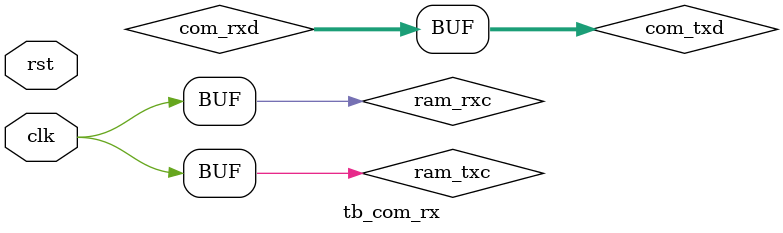
<source format=v>
module tb_com_rx(
    input clk,
    input rst
);

    (*MARK_DEBUG = "true"*)reg [7:0] state; 
    reg [7:0] next_state;
    localparam IDLE = 8'h00, WAIT = 8'h01, DONE = 8'h02;
    localparam RAM_TX = 8'h10, RAM_RX = 8'h11;
    localparam PACK = 8'h20, TACK = 8'h21, PNAK = 8'h22, TNAK = 8'h23;
    localparam PSTALL = 8'h24, TSTALL = 8'h25;
    localparam WACK = 8'h28, RACK = 8'h29, WNAK = 8'h2A, RNAK = 8'h2B;
    localparam WSTALL = 8'h2C, RSTALL = 8'h2D;
    localparam PLINK = 8'h30, DLINK = 8'h31, PTYPE = 8'h32, DTYPE = 8'h33;
    localparam PTEMP = 8'h34, DTEMP = 8'h35, PDATA = 8'h36, DATA0 = 8'h37;
    localparam WLINK = 8'h38, RLINK = 8'h39, WTYPE = 8'h3A, RTYPE = 8'h3B;
    localparam WTEMP = 8'h3C, RTEMP = 8'h3D, WDATA = 8'h3E, RDATA = 8'h3F;

    wire ram_txc, ram_rxc;
    (*MARK_DEBUG = "true"*)wire [11:0] ram_in_txa, ram_in_rxa;
    (*MARK_DEBUG = "true"*)wire [7:0] ram_in_txd, ram_in_rxd;
    (*MARK_DEBUG = "true"*)wire ram_in_txen;
    (*MARK_DEBUG = "true"*)wire [11:0] ram_out_txa, ram_out_rxa;
    (*MARK_DEBUG = "true"*)wire [7:0] ram_out_txd, ram_out_rxd;
    (*MARK_DEBUG = "true"*)wire ram_out_txen;

    (*MARK_DEBUG = "true"*)wire fs_ram_tx, fd_ram_tx;
    (*MARK_DEBUG = "true"*)wire fs_typec_tx, fd_typec_tx;
    (*MARK_DEBUG = "true"*)wire fs_com_rx, fd_com_rx;
    (*MARK_DEBUG = "true"*)wire fs_ram_rx, fd_ram_rx;
    (*MARK_DEBUG = "true"*)wire [7:0] com_rxd;

    (*MARK_DEBUG = "true"*)wire [7:0] com_txd, com_rxd;

    (*MARK_DEBUG = "true"*)reg [3:0] tx_btype;
    (*MARK_DEBUG = "true"*)wire [3:0] rx_btype;
    (*MARK_DEBUG = "true"*)wire [7:0] rx_bdata;
    (*MARK_DEBUG = "true"*)wire [3:0] rx_didx, rx_ddidx;
    (*MARK_DEBUG = "true"*)wire [3:0] rx_stat;
    (*MARK_DEBUG = "true"*)wire [11:0] rx_data_len;


    localparam BAG_INIT = 4'b0000; 
    localparam BAG_ACK = 4'b0001, BAG_NAK = 4'b0010, BAG_STALL = 4'b0011;
    localparam BAG_DIDX = 4'b0101, BAG_DPARAM = 4'b0110, BAG_DDIDX = 4'b0111;
    localparam BAG_DLINK = 4'b1000, BAG_DTYPE = 4'b1001, BAG_DTEMP = 4'b1010;
    localparam BAG_DHEAD = 4'b1100, BAG_DATA0 = 4'b1101, BAG_DATA1 = 4'b1110;

    localparam RAM_ADDR = 12'h21;

    assign fs_ram_tx = (state == RAM_TX);
    assign fs_typec_tx = (state == TACK) || (state == TNAK) || (state == TSTALL) || (state == DLINK) || (state == DTYPE) || (state == DTEMP) || (state == DATA0);
    assign fd_com_rx = (state == RACK) || (state == RNAK) || (state == RSTALL) || (state == RLINK) || (state == RTYPE) || (state == RTEMP) || (state == RDATA);
    assign fs_ram_rx = (state == RAM_RX);
    assign ram_txc = clk;
    assign ram_rxc = clk;
    assign com_rxd = com_txd;
    
    always@(posedge clk or posedge rst) begin
        if(rst) state <= IDLE;
        else state <= next_state;
    end
    
    always@(*) begin
        case(state)
            IDLE: next_state <= WAIT;
            WAIT: next_state <= RAM_TX;
            RAM_TX: begin
                if(fd_ram_tx) next_state <= PACK;
                else next_state <= RAM_TX;
            end
            PACK: next_state <= TACK;
            TACK: begin
                if(fd_typec_tx) next_state <= WACK;
                else next_state <= TACK;
            end
            WACK: begin
                if(fs_com_rx) next_state <= RACK;
                else next_state <= WACK;
            end
            RACK: begin
                if(~fs_com_rx) next_state <= PNAK;
                else next_state <= RACK;
            end
            
            PNAK: next_state <= TNAK;
            TNAK: begin
                if(fd_typec_tx) next_state <= WNAK;
                else next_state <= TNAK;
            end
            WNAK: begin
                if(fs_com_rx) next_state <= RNAK;  
                else next_state <= WNAK;
            end
            RNAK: begin
                if(~fs_com_rx) next_state <= PSTALL;
                else next_state <= RNAK;
            end

            PSTALL: next_state <= TSTALL;
            TSTALL: begin
                if(fd_typec_tx) next_state <= WSTALL;
                else next_state <= TSTALL;
            end
            WSTALL: begin
                if(fs_com_rx) next_state <= RSTALL;
                else next_state <= WSTALL;
            end
            RSTALL: begin
                if(~fs_com_rx) next_state <= PLINK;
                else next_state <= RSTALL;
            end
            
            PLINK: next_state <= DLINK;
            DLINK: begin
                if(fd_typec_tx) next_state <= WLINK;
                else next_state <= DLINK;
            end
            WLINK: begin
                if(fs_com_rx) next_state <= RLINK;
                else next_state <= WLINK;
            end
            RLINK: begin
                if(~fs_com_rx) next_state <= PTYPE;
                else next_state <= RLINK;
            end

            PTYPE: next_state <= DTYPE;
            DTYPE: begin
                if(fd_typec_tx) next_state <= WTYPE;
                else next_state <= DTYPE;
            end
            WTYPE: begin
                if(fs_com_rx) next_state <= RTYPE;
                else next_state <= WTYPE;
            end
            RTYPE: begin
                if(~fs_com_rx) next_state <= PTEMP;
                else next_state <= RTYPE;
            end

            PTEMP: next_state <= DTEMP;
            DTEMP: begin
                if(fd_typec_tx) next_state <= WTEMP;
                else next_state <= DTEMP;
            end
            WTEMP: begin
                if(fs_com_rx) next_state <= RTEMP;
                else next_state <= WTEMP;
            end
            RTEMP: begin
                if(~fs_com_rx) next_state <= PDATA;
                else next_state <= RTEMP;
            end

            PDATA: next_state <= DATA0;
            DATA0: begin
                if(fd_typec_tx) next_state <= WDATA;
                else next_state <= DATA0;
            end
            WDATA: begin
                if(fs_com_rx) next_state <= RDATA;
                else next_state <= WDATA;
            end
            RDATA: begin
                if(~fs_com_rx) next_state <= RAM_RX;
                else next_state <= RDATA;
            end
            RAM_RX: begin
                if(fd_ram_rx) next_state <= DONE;
                else next_state <= RAM_RX;
            end

            DONE: next_state <= PACK;
            default: next_state <= IDLE;
        endcase
    end

    always@(posedge clk or posedge rst) begin
        if(rst) tx_btype <= BAG_INIT;
        else if(state == PACK) tx_btype <= BAG_ACK;
        else if(state == PNAK) tx_btype <= BAG_NAK;
        else if(state == PSTALL) tx_btype <= BAG_STALL;
        else if(state == PLINK) tx_btype <= BAG_DLINK;
        else if(state == PTYPE) tx_btype <= BAG_DTYPE;
        else if(state == PTEMP) tx_btype <= BAG_DTEMP;
        else if(state == PDATA) tx_btype <= BAG_DATA0;
        else tx_btype <= tx_btype;
    end


    ram_tx
    ram_tx_dut(
        .clk(ram_txc),
        .rst(rst),

        .fs(fs_ram_tx),
        .fd(fd_ram_tx),

        .addr_init(12'h000),
        .data_len(12'h800),

        .ram_txa(ram_in_txa),
        .ram_txd(ram_in_txd),
        .ram_txen(ram_in_txen)
    );

    ram_rx
    ram_rx_dut(
        .clk(ram_rxc),
        .rst(rst),
        .fs(fs_ram_rx),
        .fd(fd_ram_rx),
        .ram_rxa_init(RAM_ADDR),
        .data_len(12'h055),
        .ram_rxa(ram_out_rxa),
        .ram_rxd(ram_out_rxd)
    );    


    typec_tx
    typec_tx_dut(
        .clk(ram_rxc),
        .rst(rst),

        .fs(fs_typec_tx),
        .fd(fd_typec_tx),

        .ram_addr_init(12'h031),
        .data_len(12'h050),

        .btype(tx_btype),

        .didx(4'h5),
        .type(8'hFF),
        .temp(8'h63),
        .head(8'h4F),

        .ram_rxd(ram_in_rxd),
        .ram_rxa(ram_in_rxa),
        .com_txd(com_txd)
    );

    com_rx
    com_rx_dut(
        .clk(ram_txc),
        .rst(rst),

        .fs(fs_com_rx),
        .fd(fd_com_rx),

        .com_rxd(com_rxd),
        .btype(rx_btype),
        .bdata(rx_bdata),
        .device_idx(rx_didx),
        .data_idx(rx_ddidx),
        .device_stat(rx_stat),

        .ram_txa_init(RAM_ADDR),
        .ram_txa(ram_out_txa),
        .ram_txd(ram_out_txd),
        .ram_txen(ram_out_txen),
        .data_len(rx_data_len)

    );

    ram
    ram_in(
        .clka(ram_txc),
        .addra(ram_in_txa),
        .dina(ram_in_txd),
        .wea(ram_in_txen),

        .clkb(ram_rxc),
        .addrb(ram_in_rxa),
        .doutb(ram_in_rxd)
    );

    ram
    ram_out(
        .clka(ram_txc),
        .addra(ram_out_txa),
        .dina(ram_out_txd),
        .wea(ram_out_txen),

        .clkb(ram_rxc),
        .addrb(ram_out_rxa),
        .doutb(ram_out_rxd)
    );



endmodule
</source>
